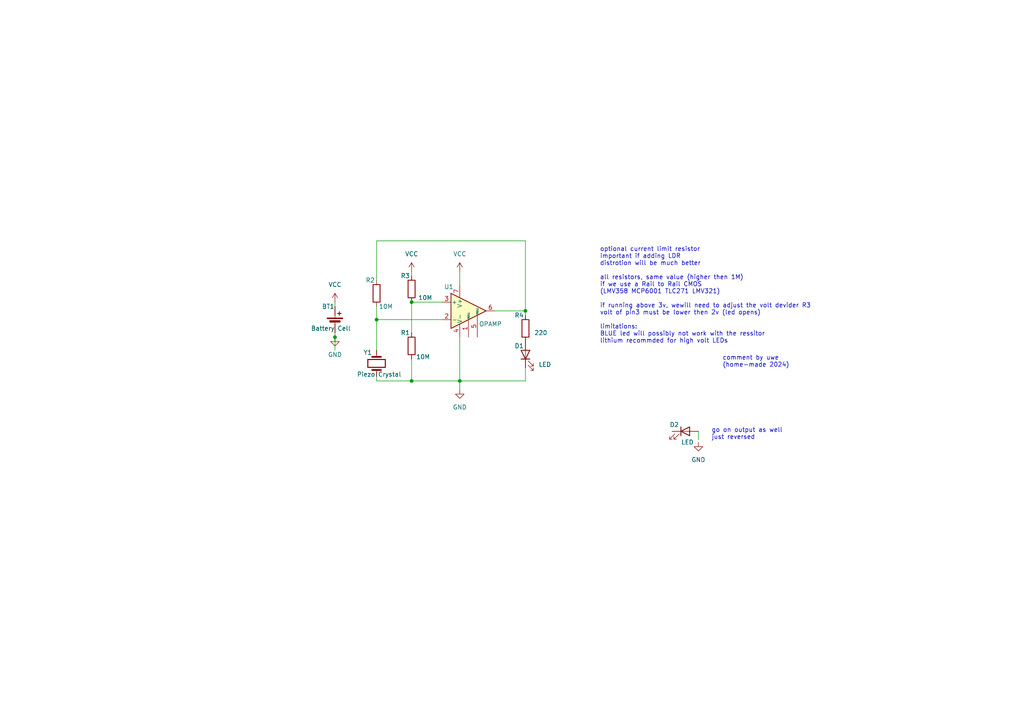
<source format=kicad_sch>
(kicad_sch (version 20230121) (generator eeschema)
  (paper "A4")
  (lib_symbols
    (symbol "1_my_custom_lib:Battery_Cell" (pin_numbers hide) (pin_names (offset 0) hide)
      (property "Reference" "BT" (at 2.54 2.54 0))
      (property "Value" "Battery_Cell" (at 2.54 0 0))
      (symbol "Battery_Cell_0_1"
        (rectangle (start -2.286 1.778) (end 2.286 1.524) (fill (type outline)))
        (rectangle (start -1.524 1.016) (end 1.524 0.508) (fill (type outline)))
        (polyline (pts (xy 0 0.762) (xy 0 0)))
        (polyline (pts (xy 0 1.778) (xy 0 2.54)))
        (polyline (pts (xy 0.762 3.048) (xy 1.778 3.048)) (stroke (width 0.254)))
        (polyline (pts (xy 1.27 3.556) (xy 1.27 2.54)) (stroke (width 0.254)))
      )
      (symbol "Battery_Cell_1_1"
        (pin passive line (at 0 5.08 270) (length 2.54) (name "+") (number "1"))
        (pin passive line (at 0 -2.54 90) (length 2.54) (name "-") (number "2"))
      )
    )
    (symbol "Amplifier_Operational:LM741" (pin_names (offset 0.127))
      (property "Reference" "U" (at 0 6.35 0))
      (property "Value" "LM741" (at 0 3.81 0))
      (symbol "LM741_0_1"
        (polyline (pts (xy -5.08 5.08) (xy 5.08 0) (xy -5.08 -5.08) (xy -5.08 5.08)) (stroke (width 0.254)) (fill (type background)))
      )
      (symbol "LM741_1_1"
        (pin input line (at 0 -7.62 90) (length 5.08) (name "NULL") (number "1"))
        (pin input line (at -7.62 -2.54 0) (length 2.54) (name "-") (number "2"))
        (pin input line (at -7.62 2.54 0) (length 2.54) (name "+") (number "3"))
        (pin power_in line (at -2.54 -7.62 90) (length 3.81) (name "V-") (number "4"))
        (pin input line (at 2.54 -7.62 90) (length 6.35) (name "NULL") (number "5"))
        (pin output line (at 7.62 0 180) (length 2.54) (name "~") (number "6"))
        (pin power_in line (at -2.54 7.62 270) (length 3.81) (name "V+") (number "7"))
        (pin no_connect line (at 0 2.54 270) (length 2.54) hide (name "NC") (number "8"))
      )
    )
    (symbol "Device:Crystal" (pin_numbers hide) (pin_names (offset 1.016) hide)
      (property "Reference" "Y" (at 0 3.81 0))
      (property "Value" "Crystal" (at 0 -3.81 0))
      (symbol "Crystal_0_1"
        (rectangle (start -1.143 2.54) (end 1.143 -2.54) (stroke (width 0.3048)))
        (polyline (pts (xy -2.54 0) (xy -1.905 0)))
        (polyline (pts (xy -1.905 -1.27) (xy -1.905 1.27)) (stroke (width 0.508)))
        (polyline (pts (xy 1.905 -1.27) (xy 1.905 1.27)) (stroke (width 0.508)))
        (polyline (pts (xy 2.54 0) (xy 1.905 0)))
      )
      (symbol "Crystal_1_1"
        (pin passive line (at -3.81 0 0) (length 1.27) (name "1") (number "1"))
        (pin passive line (at 3.81 0 180) (length 1.27) (name "2") (number "2"))
      )
    )
    (symbol "Device:LED" (pin_numbers hide) (pin_names (offset 1.016) hide)
      (property "Reference" "D" (at 0 2.54 0))
      (property "Value" "LED" (at 0 -2.54 0))
      (symbol "LED_0_1"
        (polyline (pts (xy -1.27 -1.27) (xy -1.27 1.27)) (stroke (width 0.254)))
        (polyline (pts (xy -1.27 0) (xy 1.27 0)))
        (polyline (pts (xy 1.27 -1.27) (xy 1.27 1.27) (xy -1.27 0) (xy 1.27 -1.27)) (stroke (width 0.254)))
        (polyline (pts (xy -3.048 -0.762) (xy -4.572 -2.286) (xy -3.81 -2.286) (xy -4.572 -2.286) (xy -4.572 -1.524)))
        (polyline (pts (xy -1.778 -0.762) (xy -3.302 -2.286) (xy -2.54 -2.286) (xy -3.302 -2.286) (xy -3.302 -1.524)))
      )
      (symbol "LED_1_1"
        (pin passive line (at -3.81 0 0) (length 2.54) (name "K") (number "1"))
        (pin passive line (at 3.81 0 180) (length 2.54) (name "A") (number "2"))
      )
    )
    (symbol "Device:R" (pin_numbers hide) (pin_names (offset 0))
      (property "Reference" "R" (at 2.032 0 90))
      (property "Value" "R" (at 0 0 90))
      (symbol "R_0_1"
        (rectangle (start -1.016 -2.54) (end 1.016 2.54) (stroke (width 0.254)))
      )
      (symbol "R_1_1"
        (pin passive line (at 0 3.81 270) (length 1.27) (name "~") (number "1"))
        (pin passive line (at 0 -3.81 90) (length 1.27) (name "~") (number "2"))
      )
    )
    (symbol "power:GND" (power) (pin_names (offset 0))
      (property "Value" "GND" (at 0 -3.81 0))
      (symbol "GND_0_1"
        (polyline (pts (xy 0 0) (xy 0 -1.27) (xy 1.27 -1.27) (xy 0 -2.54) (xy -1.27 -1.27) (xy 0 -1.27)))
      )
      (symbol "GND_1_1"
        (pin power_in line (at 0 0 270) (length 0) hide (name "GND") (number "1"))
      )
    )
    (symbol "power:VCC" (power) (pin_names (offset 0))
      (property "Value" "VCC" (at 0 3.81 0))
      (symbol "VCC_0_1"
        (polyline (pts (xy -0.762 1.27) (xy 0 2.54)))
        (polyline (pts (xy 0 0) (xy 0 2.54)))
        (polyline (pts (xy 0 2.54) (xy 0.762 1.27)))
      )
      (symbol "VCC_1_1"
        (pin power_in line (at 0 0 90) (length 0) hide (name "VCC") (number "1"))
      )
    )
  )
  (junction (at 109.22 92.71))
  (junction (at 152.4 90.17))
  (junction (at 119.38 87.63))
  (junction (at 119.38 110.49))
  (junction (at 97.155 97.79))
  (junction (at 133.35 110.49))
  (wire (pts (xy 109.22 109.22) (xy 109.22 110.49)))
  (wire (pts (xy 119.38 87.63) (xy 128.27 87.63)))
  (wire (pts (xy 143.51 90.17) (xy 152.4 90.17)))
  (wire (pts (xy 97.155 101.6) (xy 97.155 97.79)))
  (wire (pts (xy 97.155 97.79) (xy 97.155 96.52)))
  (wire (pts (xy 152.4 90.17) (xy 152.4 91.44)))
  (wire (pts (xy 119.38 78.74) (xy 119.38 80.01)))
  (wire (pts (xy 109.22 101.6) (xy 109.22 92.71)))
  (wire (pts (xy 109.22 88.9) (xy 109.22 92.71)))
  (wire (pts (xy 109.22 92.71) (xy 128.27 92.71)))
  (wire (pts (xy 109.22 110.49) (xy 119.38 110.49)))
  (wire (pts (xy 119.38 104.14) (xy 119.38 110.49)))
  (wire (pts (xy 109.22 69.85) (xy 152.4 69.85)))
  (wire (pts (xy 152.4 106.68) (xy 152.4 110.49)))
  (wire (pts (xy 133.35 110.49) (xy 152.4 110.49)))
  (wire (pts (xy 109.22 69.85) (xy 109.22 81.28)))
  (wire (pts (xy 133.35 78.74) (xy 133.35 82.55)))
  (wire (pts (xy 152.4 69.85) (xy 152.4 90.17)))
  (wire (pts (xy 133.35 110.49) (xy 133.35 113.03)))
  (wire (pts (xy 119.38 110.49) (xy 133.35 110.49)))
  (wire (pts (xy 97.155 87.63) (xy 97.155 88.9)))
  (wire (pts (xy 133.35 97.79) (xy 133.35 110.49)))
  (wire (pts (xy 119.38 87.63) (xy 119.38 96.52)))
  (wire (pts (xy 202.565 125.095) (xy 202.565 127.635)))
  (text "comment by uwe \n(home-made 2024)\n" (at 209.55 106.68 0) (effects (font (size 1.27 1.27)) (justify left bottom)))
  (text "go on output as well\njust reversed" (at 206.375 127.635 0) (effects (font (size 1.27 1.27)) (justify left bottom)))
  (text "optional current limit resistor\nimportant if adding LDR\ndistrotion will be much better\n\nall resistors, same value (higher then 1M) \nif we use a Rail to Rail CMOS \n(LMV358 MCP6001 TLC271 LMV321) \n\nif running above 3v, wewill need to adjust the volt devider R3\nvolt of pin3 must be lower then 2v (led opens)\n\nlimitations:\nBLUE led will possibly not work with the ressitor\nlithium recommded for high volt LEDs" (at 173.99 99.695 0) (effects (font (size 1.27 1.27)) (justify left bottom)))
  (symbol (lib_id "Device:R") (at 119.38 100.33 0) (unit 1)
    (property "Reference" "R1" (at 116.205 96.52 0) (effects (justify left)))
    (property "Value" "10M" (at 120.65 103.505 0) (effects (justify left)))
    (property "Footprint" "Resistor_THT:R_Axial_DIN0207_L6.3mm_D2.5mm_P10.16mm_Horizontal" (effects hide))
  )
  (symbol (lib_id "Device:R") (at 119.38 83.82 0) (unit 1)
    (property "Reference" "R3" (at 116.205 80.01 0) (effects (justify left)))
    (property "Value" "10M" (at 121.285 86.36 0) (effects (justify left)))
    (property "Footprint" "Resistor_THT:R_Axial_DIN0207_L6.3mm_D2.5mm_P10.16mm_Horizontal" (effects hide))
  )
  (symbol (lib_id "Device:R") (at 152.4 95.25 0) (unit 1)
    (property "Reference" "R4" (at 149.225 91.44 0) (effects (justify left)))
    (property "Value" "220" (at 154.94 96.52 0) (effects (justify left)))
    (property "Footprint" "Resistor_THT:R_Axial_DIN0207_L6.3mm_D2.5mm_P10.16mm_Horizontal" (effects hide))
  )
  (symbol (lib_id "power:VCC") (at 97.155 87.63 0) (unit 1)
    (property "Reference" "#PWR04" (effects hide))
    (property "Value" "VCC" (at 97.155 82.55 0))
  )
  (symbol (lib_id "power:GND") (at 202.565 128.27 0) (unit 1)
    (property "Reference" "#PWR01" (effects hide))
    (property "Value" "GND" (at 202.565 133.35 0))
  )
  (symbol (lib_id "Device:LED") (at 198.755 125.095 0) (unit 1)
    (property "Reference" "D2" (at 195.58 123.19 0))
    (property "Value" "LED" (at 199.39 128.27 0))
    (property "Footprint" "LED_THT:LED_D3.0mm" (effects hide))
  )
  (symbol (lib_id "Device:LED") (at 152.4 102.87 90) (unit 1)
    (property "Reference" "D1" (at 149.225 100.33 90) (effects (justify right)))
    (property "Value" "LED" (at 156.21 105.7275 90) (effects (justify right)))
    (property "Footprint" "LED_THT:LED_D3.0mm" (effects hide))
  )
  (symbol (lib_id "Device:Crystal") (at 109.22 105.41 90) (unit 1)
    (property "Reference" "Y1" (at 105.41 102.235 90) (effects (justify right)))
    (property "Value" "Piezo Crystal" (at 103.505 108.585 90) (effects (justify right)))
    (property "Footprint" "Connector_PinHeader_2.54mm:PinHeader_1x02_P2.54mm_Vertical" (effects hide))
  )
  (symbol (lib_id "power:VCC") (at 133.35 78.74 0) (unit 1)
    (property "Reference" "#PWR03" (effects hide))
    (property "Value" "VCC" (at 133.35 73.66 0))
  )
  (symbol (lib_id "Amplifier_Operational:LM741") (at 135.89 90.17 0) (unit 1)
    (property "Reference" "U1" (at 130.175 83.185 0))
    (property "Value" "OPAMP" (at 142.24 93.98 0))
    (property "Footprint" "Package_DIP:DIP-8_W7.62mm" (effects hide))
    (property "Datasheet" "http://www.ti.com/lit/ds/symlink/lm741.pdf" (effects hide))
  )
  (symbol (lib_id "power:GND") (at 97.155 97.79 0) (unit 1)
    (property "Reference" "#PWR05" (effects hide))
    (property "Value" "GND" (at 97.155 102.87 0))
  )
  (symbol (lib_id "power:GND") (at 133.35 113.03 0) (unit 1)
    (property "Reference" "#PWR02" (effects hide))
    (property "Value" "GND" (at 133.35 118.11 0))
  )
  (symbol (lib_id "1_my_custom_lib:Battery_Cell") (at 97.155 93.98 0) (unit 1)
    (property "Reference" "BT1" (at 93.345 88.9 0) (effects (justify left)))
    (property "Value" "Battery Cell" (at 90.17 95.25 0) (effects (justify left)))
    (property "Footprint" "1_my_custom_lib:BAT_BH800S" (effects hide))
  )
  (symbol (lib_id "Device:R") (at 109.22 85.09 0) (unit 1)
    (property "Reference" "R2" (at 106.045 81.28 0) (effects (justify left)))
    (property "Value" "10M" (at 109.855 88.9 0) (effects (justify left)))
    (property "Footprint" "Resistor_THT:R_Axial_DIN0207_L6.3mm_D2.5mm_P10.16mm_Horizontal" (effects hide))
  )
  (symbol (lib_id "power:VCC") (at 119.38 78.74 0) (unit 1)
    (property "Reference" "#PWR06" (effects hide))
    (property "Value" "VCC" (at 119.38 73.66 0))
  )
)
</source>
